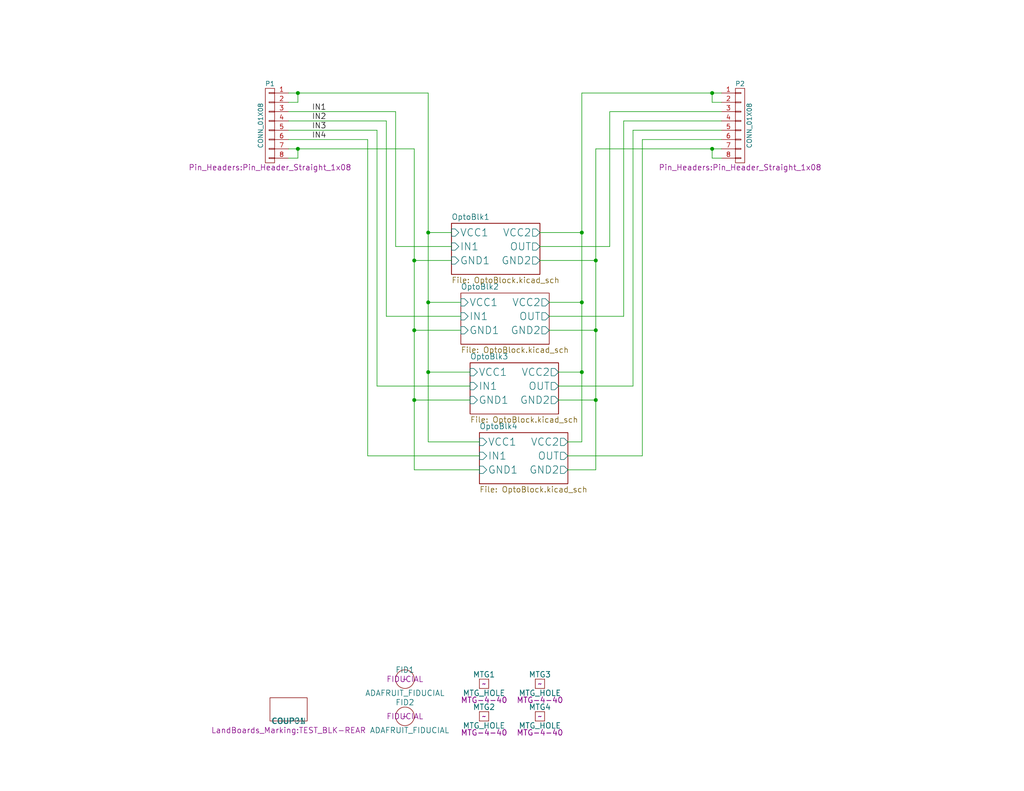
<source format=kicad_sch>
(kicad_sch (version 20230121) (generator eeschema)
  (paper "A")
  (title_block (title "FAST OPTO-ISOLATOR CARD") (date "Thursday, June 08, 2017") (rev "X2") (company "land-boards.com"))
  (lib_symbols
    (symbol "OptoFast-2-rescue:ADAFRUIT_FIDUCIAL" (pin_numbers hide) (pin_names (offset 0.0254) hide)
      (property "Reference" "adafruit" (at 0 0 0))
      (property "Value" "ADAFRUIT_FIDUCIAL" (at 0 0 0))
      (symbol "ADAFRUIT_FIDUCIAL_1_1"
        (circle (center 0 0) (radius 2.54))
      )
    )
    (symbol "OptoFast-2-rescue:CONN_01X08" (pin_names (offset 1.016) hide)
      (property "Reference" "P" (at 0 11.43 0))
      (property "Value" "CONN_01X08" (at 2.54 0 90))
      (symbol "CONN_01X08_0_1"
        (rectangle (start -1.27 -10.16) (end 1.27 10.16))
        (rectangle (start -1.27 -8.763) (end 0.254 -9.017))
        (rectangle (start -1.27 -6.223) (end 0.254 -6.477))
        (rectangle (start -1.27 -3.683) (end 0.254 -3.937))
        (rectangle (start -1.27 -1.143) (end 0.254 -1.397))
        (rectangle (start -1.27 1.397) (end 0.254 1.143))
        (rectangle (start -1.27 3.937) (end 0.254 3.683))
        (rectangle (start -1.27 6.477) (end 0.254 6.223))
        (rectangle (start -1.27 9.017) (end 0.254 8.763))
      )
      (symbol "CONN_01X08_1_1"
        (pin passive line (at -5.08 8.89 0) (length 3.81) (name "P1") (number "1"))
        (pin passive line (at -5.08 6.35 0) (length 3.81) (name "P2") (number "2"))
        (pin passive line (at -5.08 3.81 0) (length 3.81) (name "P3") (number "3"))
        (pin passive line (at -5.08 1.27 0) (length 3.81) (name "P4") (number "4"))
        (pin passive line (at -5.08 -1.27 0) (length 3.81) (name "P5") (number "5"))
        (pin passive line (at -5.08 -3.81 0) (length 3.81) (name "P6") (number "6"))
        (pin passive line (at -5.08 -6.35 0) (length 3.81) (name "P7") (number "7"))
        (pin passive line (at -5.08 -8.89 0) (length 3.81) (name "P8") (number "8"))
      )
    )
    (symbol "OptoFast-2-rescue:COUPON" (pin_names (offset 1.016))
      (property "Reference" "COUP?" (at 0 0 0))
      (property "Value" "COUPON" (at 0 0 0))
      (symbol "COUPON_0_1"
        (rectangle (start -5.08 0) (end 5.08 6.35))
      )
    )
    (symbol "OptoFast-2-rescue:MTG_HOLE" (pin_names (offset 1.016))
      (property "Reference" "MTG?" (at 0 2.54 0))
      (property "Value" "MTG_HOLE" (at 0 -2.54 0))
      (symbol "MTG_HOLE_0_1"
        (rectangle (start -1.27 -1.27) (end 1.27 -1.27))
        (rectangle (start -1.27 1.27) (end -1.27 -1.27))
        (rectangle (start 1.27 1.27) (end -1.27 1.27))
        (rectangle (start 1.27 1.27) (end 1.27 -1.27))
      )
    )
  )
  (junction (at 116.84 63.5))
  (junction (at 113.03 109.22))
  (junction (at 158.75 63.5))
  (junction (at 162.56 109.22))
  (junction (at 116.84 101.6))
  (junction (at 116.84 82.55))
  (junction (at 81.28 25.4))
  (junction (at 194.31 40.64))
  (junction (at 158.75 101.6))
  (junction (at 113.03 71.12))
  (junction (at 194.31 25.4))
  (junction (at 113.03 90.17))
  (junction (at 81.28 40.64))
  (junction (at 162.56 71.12))
  (junction (at 158.75 82.55))
  (junction (at 162.56 90.17))
  (wire (pts (xy 162.56 40.64) (xy 194.31 40.64)))
  (wire (pts (xy 113.03 71.12) (xy 113.03 90.17)))
  (wire (pts (xy 154.94 124.46) (xy 175.26 124.46)))
  (wire (pts (xy 152.4 109.22) (xy 162.56 109.22)))
  (wire (pts (xy 149.86 90.17) (xy 162.56 90.17)))
  (wire (pts (xy 128.27 101.6) (xy 116.84 101.6)))
  (wire (pts (xy 125.73 90.17) (xy 113.03 90.17)))
  (wire (pts (xy 162.56 71.12) (xy 147.32 71.12)))
  (wire (pts (xy 105.41 86.36) (xy 125.73 86.36)))
  (wire (pts (xy 102.87 35.56) (xy 78.74 35.56)))
  (wire (pts (xy 194.31 25.4) (xy 196.85 25.4)))
  (wire (pts (xy 194.31 43.18) (xy 194.31 40.64)))
  (wire (pts (xy 81.28 27.94) (xy 81.28 25.4)))
  (wire (pts (xy 81.28 43.18) (xy 81.28 40.64)))
  (wire (pts (xy 170.18 86.36) (xy 149.86 86.36)))
  (wire (pts (xy 116.84 63.5) (xy 116.84 82.55)))
  (wire (pts (xy 166.37 67.31) (xy 166.37 30.48)))
  (wire (pts (xy 78.74 38.1) (xy 100.33 38.1)))
  (wire (pts (xy 116.84 101.6) (xy 116.84 120.65)))
  (wire (pts (xy 116.84 82.55) (xy 116.84 101.6)))
  (wire (pts (xy 128.27 105.41) (xy 102.87 105.41)))
  (wire (pts (xy 162.56 71.12) (xy 162.56 90.17)))
  (wire (pts (xy 81.28 40.64) (xy 113.03 40.64)))
  (wire (pts (xy 175.26 124.46) (xy 175.26 38.1)))
  (wire (pts (xy 78.74 40.64) (xy 81.28 40.64)))
  (wire (pts (xy 158.75 120.65) (xy 154.94 120.65)))
  (wire (pts (xy 113.03 90.17) (xy 113.03 109.22)))
  (wire (pts (xy 158.75 101.6) (xy 152.4 101.6)))
  (wire (pts (xy 172.72 35.56) (xy 172.72 105.41)))
  (wire (pts (xy 116.84 120.65) (xy 130.81 120.65)))
  (wire (pts (xy 147.32 67.31) (xy 166.37 67.31)))
  (wire (pts (xy 170.18 33.02) (xy 170.18 86.36)))
  (wire (pts (xy 107.95 67.31) (xy 107.95 30.48)))
  (wire (pts (xy 116.84 63.5) (xy 123.19 63.5)))
  (wire (pts (xy 123.19 67.31) (xy 107.95 67.31)))
  (wire (pts (xy 116.84 25.4) (xy 116.84 63.5)))
  (wire (pts (xy 128.27 109.22) (xy 113.03 109.22)))
  (wire (pts (xy 105.41 33.02) (xy 105.41 86.36)))
  (wire (pts (xy 196.85 35.56) (xy 172.72 35.56)))
  (wire (pts (xy 162.56 90.17) (xy 162.56 109.22)))
  (wire (pts (xy 107.95 30.48) (xy 78.74 30.48)))
  (wire (pts (xy 172.72 105.41) (xy 152.4 105.41)))
  (wire (pts (xy 196.85 27.94) (xy 194.31 27.94)))
  (wire (pts (xy 113.03 128.27) (xy 130.81 128.27)))
  (wire (pts (xy 196.85 33.02) (xy 170.18 33.02)))
  (wire (pts (xy 78.74 33.02) (xy 105.41 33.02)))
  (wire (pts (xy 158.75 25.4) (xy 194.31 25.4)))
  (wire (pts (xy 162.56 40.64) (xy 162.56 71.12)))
  (wire (pts (xy 81.28 25.4) (xy 116.84 25.4)))
  (wire (pts (xy 100.33 124.46) (xy 130.81 124.46)))
  (wire (pts (xy 194.31 40.64) (xy 196.85 40.64)))
  (wire (pts (xy 78.74 43.18) (xy 81.28 43.18)))
  (wire (pts (xy 78.74 27.94) (xy 81.28 27.94)))
  (wire (pts (xy 158.75 82.55) (xy 149.86 82.55)))
  (wire (pts (xy 162.56 109.22) (xy 162.56 128.27)))
  (wire (pts (xy 158.75 25.4) (xy 158.75 63.5)))
  (wire (pts (xy 125.73 82.55) (xy 116.84 82.55)))
  (wire (pts (xy 166.37 30.48) (xy 196.85 30.48)))
  (wire (pts (xy 158.75 82.55) (xy 158.75 101.6)))
  (wire (pts (xy 100.33 38.1) (xy 100.33 124.46)))
  (wire (pts (xy 158.75 63.5) (xy 158.75 82.55)))
  (wire (pts (xy 102.87 105.41) (xy 102.87 35.56)))
  (wire (pts (xy 158.75 63.5) (xy 147.32 63.5)))
  (wire (pts (xy 162.56 128.27) (xy 154.94 128.27)))
  (wire (pts (xy 175.26 38.1) (xy 196.85 38.1)))
  (wire (pts (xy 113.03 109.22) (xy 113.03 128.27)))
  (wire (pts (xy 194.31 27.94) (xy 194.31 25.4)))
  (wire (pts (xy 78.74 25.4) (xy 81.28 25.4)))
  (wire (pts (xy 158.75 101.6) (xy 158.75 120.65)))
  (wire (pts (xy 196.85 43.18) (xy 194.31 43.18)))
  (wire (pts (xy 123.19 71.12) (xy 113.03 71.12)))
  (wire (pts (xy 113.03 40.64) (xy 113.03 71.12)))
  (label "IN4" (at 85.09 38.1 0) (effects (font (size 1.524 1.524))))
  (label "IN1" (at 85.09 30.48 0) (effects (font (size 1.524 1.524))))
  (label "IN2" (at 85.09 33.02 0) (effects (font (size 1.524 1.524))))
  (label "IN3" (at 85.09 35.56 0) (effects (font (size 1.524 1.524))))
  (symbol (lib_id "OptoFast-2-rescue:MTG_HOLE") (at 132.08 186.69 0) (unit 1) (in_bom no)
    (property "Reference" "MTG1" (at 132.08 184.15 0) (effects (font (size 1.524 1.524))))
    (property "Value" "MTG_HOLE" (at 132.08 189.23 0) (effects (font (size 1.524 1.524))))
    (property "Footprint" "MTG-4-40" (at 132.08 191.135 0) (effects (font (size 1.524 1.524))))
    (property "Datasheet" "~" (at 132.08 186.69 0) (effects (font (size 1.524 1.524))))
  )
  (symbol (lib_id "OptoFast-2-rescue:ADAFRUIT_FIDUCIAL") (at 110.49 195.58 0) (unit 1) (in_bom no)
    (property "Reference" "FID2" (at 110.49 191.77 0) (effects (font (size 1.524 1.524))))
    (property "Value" "ADAFRUIT_FIDUCIAL" (at 111.76 199.39 0) (effects (font (size 1.524 1.524))))
    (property "Footprint" "FIDUCIAL" (at 110.49 195.58 0) (effects (font (size 1.524 1.524))))
    (property "Datasheet" "~" (at 110.49 195.58 0) (effects (font (size 1.524 1.524))))
  )
  (symbol (lib_id "OptoFast-2-rescue:ADAFRUIT_FIDUCIAL") (at 110.49 185.42 0) (unit 1) (in_bom no)
    (property "Reference" "FID1" (at 110.49 182.88 0) (effects (font (size 1.524 1.524))))
    (property "Value" "ADAFRUIT_FIDUCIAL" (at 110.49 189.23 0) (effects (font (size 1.524 1.524))))
    (property "Footprint" "FIDUCIAL" (at 110.49 185.42 0) (effects (font (size 1.524 1.524))))
    (property "Datasheet" "~" (at 110.49 185.42 0) (effects (font (size 1.524 1.524))))
  )
  (symbol (lib_id "OptoFast-2-rescue:MTG_HOLE") (at 132.08 195.58 0) (unit 1) (in_bom no)
    (property "Reference" "MTG2" (at 132.08 193.04 0) (effects (font (size 1.524 1.524))))
    (property "Value" "MTG_HOLE" (at 132.08 198.12 0) (effects (font (size 1.524 1.524))))
    (property "Footprint" "MTG-4-40" (at 132.08 200.025 0) (effects (font (size 1.524 1.524))))
    (property "Datasheet" "~" (at 132.08 195.58 0) (effects (font (size 1.524 1.524))))
  )
  (symbol (lib_id "OptoFast-2-rescue:MTG_HOLE") (at 147.32 186.69 0) (unit 1) (on_board no)
    (property "Reference" "MTG3" (at 147.32 184.15 0) (effects (font (size 1.524 1.524))))
    (property "Value" "MTG_HOLE" (at 147.32 189.23 0) (effects (font (size 1.524 1.524))))
    (property "Footprint" "MTG-4-40" (at 147.32 191.135 0) (effects (font (size 1.524 1.524))))
    (property "Datasheet" "~" (at 147.32 186.69 0) (effects (font (size 1.524 1.524))))
  )
  (symbol (lib_id "OptoFast-2-rescue:MTG_HOLE") (at 147.32 195.58 0) (unit 1) (in_bom no)
    (property "Reference" "MTG4" (at 147.32 193.04 0) (effects (font (size 1.524 1.524))))
    (property "Value" "MTG_HOLE" (at 147.32 198.12 0) (effects (font (size 1.524 1.524))))
    (property "Footprint" "MTG-4-40" (at 147.32 200.025 0) (effects (font (size 1.524 1.524))))
    (property "Datasheet" "~" (at 147.32 195.58 0) (effects (font (size 1.524 1.524))))
  )
  (symbol (lib_id "OptoFast-2-rescue:CONN_01X08") (at 73.66 34.29 0) (mirror y) (unit 1)
    (property "Reference" "P1" (at 73.66 22.86 0))
    (property "Value" "CONN_01X08" (at 71.12 34.29 90))
    (property "Footprint" "Pin_Headers:Pin_Header_Straight_1x08" (at 73.66 45.72 0) (effects (font (size 1.524 1.524))))
  )
  (symbol (lib_id "OptoFast-2-rescue:CONN_01X08") (at 201.93 34.29 0) (unit 1)
    (property "Reference" "P2" (at 201.93 22.86 0))
    (property "Value" "CONN_01X08" (at 204.47 34.29 90))
    (property "Footprint" "Pin_Headers:Pin_Header_Straight_1x08" (at 201.93 45.72 0) (effects (font (size 1.524 1.524))))
  )
  (symbol (lib_id "OptoFast-2-rescue:COUPON") (at 78.74 196.85 0) (unit 1) (in_bom no)
    (property "Reference" "COUP?1" (at 78.74 196.85 0) (effects (font (size 1.524 1.524))))
    (property "Value" "COUPON" (at 78.74 196.85 0) (effects (font (size 1.524 1.524))))
    (property "Footprint" "LandBoards_Marking:TEST_BLK-REAR" (at 78.74 199.39 0) (effects (font (size 1.524 1.524))))
  )
  (sheet (at 123.19 60.96) (size 24.13 13.97)
    (property "Sheetname" "OptoBlk1" (at 123.19 60.1214 0) (effects (font (size 1.524 1.524)) (justify left bottom)))
    (property "Sheetfile" "OptoBlock.kicad_sch" (at 123.19 75.6162 0) (effects (font (size 1.524 1.524)) (justify left top)))
    (pin "VCC1" input (at 123.19 63.5 180) (effects (font (size 2.0066 2.0066))))
    (pin "IN1" input (at 123.19 67.31 180) (effects (font (size 2.0066 2.0066))))
    (pin "GND1" input (at 123.19 71.12 180) (effects (font (size 2.0066 2.0066))))
    (pin "VCC2" output (at 147.32 63.5 0) (effects (font (size 2.0066 2.0066))))
    (pin "OUT" output (at 147.32 67.31 0) (effects (font (size 2.0066 2.0066))))
    (pin "GND2" output (at 147.32 71.12 0) (effects (font (size 2.0066 2.0066))))
  )
  (sheet (at 125.73 80.01) (size 24.13 13.97)
    (property "Sheetname" "OptoBlk2" (at 125.73 79.1714 0) (effects (font (size 1.524 1.524)) (justify left bottom)))
    (property "Sheetfile" "OptoBlock.kicad_sch" (at 125.73 94.6662 0) (effects (font (size 1.524 1.524)) (justify left top)))
    (pin "VCC1" input (at 125.73 82.55 180) (effects (font (size 2.0066 2.0066))))
    (pin "IN1" input (at 125.73 86.36 180) (effects (font (size 2.0066 2.0066))))
    (pin "GND1" input (at 125.73 90.17 180) (effects (font (size 2.0066 2.0066))))
    (pin "VCC2" output (at 149.86 82.55 0) (effects (font (size 2.0066 2.0066))))
    (pin "OUT" output (at 149.86 86.36 0) (effects (font (size 2.0066 2.0066))))
    (pin "GND2" output (at 149.86 90.17 0) (effects (font (size 2.0066 2.0066))))
  )
  (sheet (at 128.27 99.06) (size 24.13 13.97)
    (property "Sheetname" "OptoBlk3" (at 128.27 98.2214 0) (effects (font (size 1.524 1.524)) (justify left bottom)))
    (property "Sheetfile" "OptoBlock.kicad_sch" (at 128.27 113.7162 0) (effects (font (size 1.524 1.524)) (justify left top)))
    (pin "VCC1" input (at 128.27 101.6 180) (effects (font (size 2.0066 2.0066))))
    (pin "IN1" input (at 128.27 105.41 180) (effects (font (size 2.0066 2.0066))))
    (pin "GND1" input (at 128.27 109.22 180) (effects (font (size 2.0066 2.0066))))
    (pin "VCC2" output (at 152.4 101.6 0) (effects (font (size 2.0066 2.0066))))
    (pin "OUT" output (at 152.4 105.41 0) (effects (font (size 2.0066 2.0066))))
    (pin "GND2" output (at 152.4 109.22 0) (effects (font (size 2.0066 2.0066))))
  )
  (sheet (at 130.81 118.11) (size 24.13 13.97)
    (property "Sheetname" "OptoBlk4" (at 130.81 117.2714 0) (effects (font (size 1.524 1.524)) (justify left bottom)))
    (property "Sheetfile" "OptoBlock.kicad_sch" (at 130.81 132.7662 0) (effects (font (size 1.524 1.524)) (justify left top)))
    (pin "VCC1" input (at 130.81 120.65 180) (effects (font (size 2.0066 2.0066))))
    (pin "IN1" input (at 130.81 124.46 180) (effects (font (size 2.0066 2.0066))))
    (pin "GND1" input (at 130.81 128.27 180) (effects (font (size 2.0066 2.0066))))
    (pin "VCC2" output (at 154.94 120.65 0) (effects (font (size 2.0066 2.0066))))
    (pin "OUT" output (at 154.94 124.46 0) (effects (font (size 2.0066 2.0066))))
    (pin "GND2" output (at 154.94 128.27 0) (effects (font (size 2.0066 2.0066))))
  )
)
</source>
